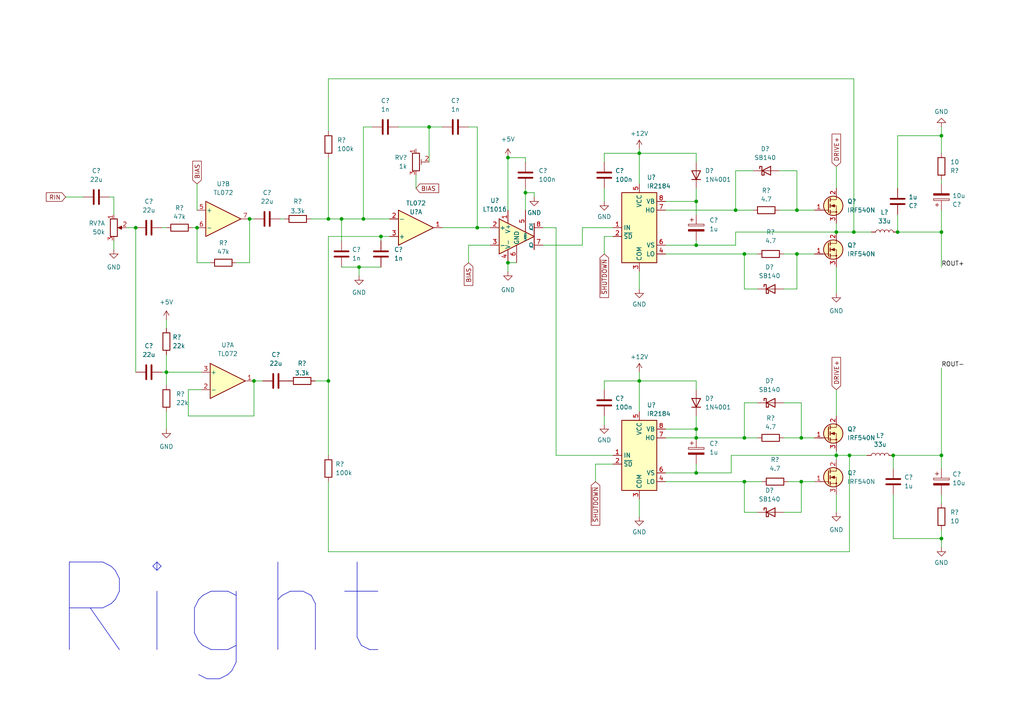
<source format=kicad_sch>
(kicad_sch (version 20230121) (generator eeschema)
  (paper "A4")
  (lib_symbols
    (symbol "Amplifier_Operational:TL072" (pin_names (offset 0.127))
      (property "Reference" "U" (at 0 5.08 0))
      (property "Value" "TL072" (at 0 -5.08 0))
      (symbol "TL072_1_1"
        (polyline (pts (xy -5.08 5.08) (xy 5.08 0) (xy -5.08 -5.08) (xy -5.08 5.08)) (stroke (width 0.254)) (fill (type background)))
        (pin output line (at 7.62 0 180) (length 2.54) (name "~") (number "1"))
        (pin input line (at -7.62 -2.54 0) (length 2.54) (name "-") (number "2"))
        (pin input line (at -7.62 2.54 0) (length 2.54) (name "+") (number "3"))
      )
      (symbol "TL072_2_1"
        (polyline (pts (xy -5.08 5.08) (xy 5.08 0) (xy -5.08 -5.08) (xy -5.08 5.08)) (stroke (width 0.254)) (fill (type background)))
        (pin input line (at -7.62 2.54 0) (length 2.54) (name "+") (number "5"))
        (pin input line (at -7.62 -2.54 0) (length 2.54) (name "-") (number "6"))
        (pin output line (at 7.62 0 180) (length 2.54) (name "~") (number "7"))
      )
      (symbol "TL072_3_1"
        (pin power_in line (at -2.54 -7.62 90) (length 3.81) (name "V-") (number "4"))
        (pin power_in line (at -2.54 7.62 270) (length 3.81) (name "V+") (number "8"))
      )
    )
    (symbol "Comparator:LT1016" (pin_names (offset 0.127))
      (property "Reference" "U" (at 3.81 6.35 0))
      (property "Value" "LT1016" (at 3.81 -5.08 0))
      (symbol "LT1016_0_1"
        (polyline (pts (xy 5.08 3.81) (xy 5.08 -3.81)) (stroke (width 0.254)))
        (polyline (pts (xy -5.08 5.08) (xy 5.08 0) (xy -5.08 -5.08) (xy -5.08 5.08)) (stroke (width 0.254)) (fill (type background)))
      )
      (symbol "LT1016_1_1"
        (pin power_in line (at -2.54 7.62 270) (length 3.81) (name "V+") (number "1"))
        (pin input line (at -7.62 2.54 0) (length 2.54) (name "+") (number "2"))
        (pin input line (at -7.62 -2.54 0) (length 2.54) (name "-") (number "3"))
        (pin power_in line (at -2.54 -7.62 90) (length 3.81) (name "V-") (number "4"))
        (pin input line (at 2.54 7.62 270) (length 6.35) (name "LATCH") (number "5"))
        (pin power_in line (at 0 -7.62 90) (length 5.08) (name "GND") (number "6"))
        (pin output line (at 7.62 -2.54 180) (length 2.54) (name "Q") (number "7"))
        (pin output line (at 7.62 2.54 180) (length 2.54) (name "~{Q}") (number "8"))
      )
    )
    (symbol "Device:C" (pin_numbers hide) (pin_names (offset 0.254))
      (property "Reference" "C" (at 0.635 2.54 0))
      (property "Value" "C" (at 0.635 -2.54 0))
      (symbol "C_0_1"
        (polyline (pts (xy -2.032 -0.762) (xy 2.032 -0.762)) (stroke (width 0.508)))
        (polyline (pts (xy -2.032 0.762) (xy 2.032 0.762)) (stroke (width 0.508)))
      )
      (symbol "C_1_1"
        (pin passive line (at 0 3.81 270) (length 2.794) (name "~") (number "1"))
        (pin passive line (at 0 -3.81 90) (length 2.794) (name "~") (number "2"))
      )
    )
    (symbol "Device:C_Polarized" (pin_numbers hide) (pin_names (offset 0.254))
      (property "Reference" "C" (at 0.635 2.54 0))
      (property "Value" "C_Polarized" (at 0.635 -2.54 0))
      (symbol "C_Polarized_0_1"
        (rectangle (start -2.286 0.508) (end 2.286 1.016))
        (polyline (pts (xy -1.778 2.286) (xy -0.762 2.286)))
        (polyline (pts (xy -1.27 2.794) (xy -1.27 1.778)))
        (rectangle (start 2.286 -0.508) (end -2.286 -1.016) (fill (type outline)))
      )
      (symbol "C_Polarized_1_1"
        (pin passive line (at 0 3.81 270) (length 2.794) (name "~") (number "1"))
        (pin passive line (at 0 -3.81 90) (length 2.794) (name "~") (number "2"))
      )
    )
    (symbol "Device:D" (pin_numbers hide) (pin_names (offset 1.016) hide)
      (property "Reference" "D" (at 0 2.54 0))
      (property "Value" "D" (at 0 -2.54 0))
      (symbol "D_0_1"
        (polyline (pts (xy -1.27 1.27) (xy -1.27 -1.27)) (stroke (width 0.254)))
        (polyline (pts (xy 1.27 0) (xy -1.27 0)))
        (polyline (pts (xy 1.27 1.27) (xy 1.27 -1.27) (xy -1.27 0) (xy 1.27 1.27)) (stroke (width 0.254)))
      )
      (symbol "D_1_1"
        (pin passive line (at -3.81 0 0) (length 2.54) (name "K") (number "1"))
        (pin passive line (at 3.81 0 180) (length 2.54) (name "A") (number "2"))
      )
    )
    (symbol "Device:D_Schottky" (pin_numbers hide) (pin_names (offset 1.016) hide)
      (property "Reference" "D" (at 0 2.54 0))
      (property "Value" "D_Schottky" (at 0 -2.54 0))
      (symbol "D_Schottky_0_1"
        (polyline (pts (xy 1.27 0) (xy -1.27 0)))
        (polyline (pts (xy 1.27 1.27) (xy 1.27 -1.27) (xy -1.27 0) (xy 1.27 1.27)) (stroke (width 0.254)))
        (polyline (pts (xy -1.905 0.635) (xy -1.905 1.27) (xy -1.27 1.27) (xy -1.27 -1.27) (xy -0.635 -1.27) (xy -0.635 -0.635)) (stroke (width 0.254)))
      )
      (symbol "D_Schottky_1_1"
        (pin passive line (at -3.81 0 0) (length 2.54) (name "K") (number "1"))
        (pin passive line (at 3.81 0 180) (length 2.54) (name "A") (number "2"))
      )
    )
    (symbol "Device:L" (pin_numbers hide) (pin_names (offset 1.016) hide)
      (property "Reference" "L" (at -1.27 0 90))
      (property "Value" "L" (at 1.905 0 90))
      (symbol "L_0_1"
        (arc (start 0 -2.54) (mid 0.6323 -1.905) (end 0 -1.27))
        (arc (start 0 -1.27) (mid 0.6323 -0.635) (end 0 0))
        (arc (start 0 0) (mid 0.6323 0.635) (end 0 1.27))
        (arc (start 0 1.27) (mid 0.6323 1.905) (end 0 2.54))
      )
      (symbol "L_1_1"
        (pin passive line (at 0 3.81 270) (length 1.27) (name "1") (number "1"))
        (pin passive line (at 0 -3.81 90) (length 1.27) (name "2") (number "2"))
      )
    )
    (symbol "Device:R" (pin_numbers hide) (pin_names (offset 0))
      (property "Reference" "R" (at 2.032 0 90))
      (property "Value" "R" (at 0 0 90))
      (symbol "R_0_1"
        (rectangle (start -1.016 -2.54) (end 1.016 2.54) (stroke (width 0.254)))
      )
      (symbol "R_1_1"
        (pin passive line (at 0 3.81 270) (length 1.27) (name "~") (number "1"))
        (pin passive line (at 0 -3.81 90) (length 1.27) (name "~") (number "2"))
      )
    )
    (symbol "Device:R_Potentiometer_Dual_Separate" (pin_names (offset 1.016) hide)
      (property "Reference" "RV" (at -4.445 0 90))
      (property "Value" "R_Potentiometer_Dual_Separate" (at -2.54 0 90))
      (symbol "R_Potentiometer_Dual_Separate_0_1"
        (polyline (pts (xy 2.54 0) (xy 1.524 0)))
        (polyline (pts (xy 1.143 0) (xy 2.286 0.508) (xy 2.286 -0.508) (xy 1.143 0)) (fill (type outline)))
        (rectangle (start 1.016 2.54) (end -1.016 -2.54) (stroke (width 0.254)))
      )
      (symbol "R_Potentiometer_Dual_Separate_1_1"
        (pin passive line (at 0 3.81 270) (length 1.27) (name "1") (number "1"))
        (pin passive line (at 3.81 0 180) (length 1.27) (name "2") (number "2"))
        (pin passive line (at 0 -3.81 90) (length 1.27) (name "3") (number "3"))
      )
      (symbol "R_Potentiometer_Dual_Separate_2_1"
        (pin passive line (at 0 3.81 270) (length 1.27) (name "4") (number "4"))
        (pin passive line (at 3.81 0 180) (length 1.27) (name "5") (number "5"))
        (pin passive line (at 0 -3.81 90) (length 1.27) (name "6") (number "6"))
      )
    )
    (symbol "Device:R_Potentiometer_Trim" (pin_names (offset 1.016) hide)
      (property "Reference" "RV" (at -4.445 0 90))
      (property "Value" "R_Potentiometer_Trim" (at -2.54 0 90))
      (symbol "R_Potentiometer_Trim_0_1"
        (polyline (pts (xy 1.524 0.762) (xy 1.524 -0.762)))
        (polyline (pts (xy 2.54 0) (xy 1.524 0)))
        (rectangle (start 1.016 2.54) (end -1.016 -2.54) (stroke (width 0.254)))
      )
      (symbol "R_Potentiometer_Trim_1_1"
        (pin passive line (at 0 3.81 270) (length 1.27) (name "1") (number "1"))
        (pin passive line (at 3.81 0 180) (length 1.27) (name "2") (number "2"))
        (pin passive line (at 0 -3.81 90) (length 1.27) (name "3") (number "3"))
      )
    )
    (symbol "Driver_FET:IR2184"
      (property "Reference" "U" (at 1.27 13.335 0))
      (property "Value" "IR2184" (at 1.27 11.43 0))
      (symbol "IR2184_0_1"
        (rectangle (start -5.08 -10.16) (end 5.08 10.16) (stroke (width 0.254)) (fill (type background)))
      )
      (symbol "IR2184_1_1"
        (pin input line (at -7.62 0 0) (length 2.54) (name "IN") (number "1"))
        (pin input line (at -7.62 -2.54 0) (length 2.54) (name "~{SD}") (number "2"))
        (pin power_in line (at 0 -12.7 90) (length 2.54) (name "COM") (number "3"))
        (pin output line (at 7.62 -7.62 180) (length 2.54) (name "LO") (number "4"))
        (pin power_in line (at 0 12.7 270) (length 2.54) (name "VCC") (number "5"))
        (pin passive line (at 7.62 -5.08 180) (length 2.54) (name "VS") (number "6"))
        (pin output line (at 7.62 5.08 180) (length 2.54) (name "HO") (number "7"))
        (pin passive line (at 7.62 7.62 180) (length 2.54) (name "VB") (number "8"))
      )
    )
    (symbol "PCM_Transistor_MOSFET_AKL:IRF540N" (pin_names hide)
      (property "Reference" "Q" (at 5.08 1.27 0))
      (property "Value" "IRF540N" (at 5.08 -1.27 0))
      (symbol "IRF540N_0_1"
        (polyline (pts (xy 0.254 -1.27) (xy -2.54 -1.27)))
        (polyline (pts (xy 0.254 1.905) (xy 0.254 -1.905)) (stroke (width 0.254)))
        (polyline (pts (xy 0.762 -1.778) (xy 2.54 -1.778)))
        (polyline (pts (xy 0.762 -1.27) (xy 0.762 -2.286)) (stroke (width 0.254)))
        (polyline (pts (xy 0.762 0.508) (xy 0.762 -0.508)) (stroke (width 0.254)))
        (polyline (pts (xy 0.762 2.286) (xy 0.762 1.27)) (stroke (width 0.254)))
        (polyline (pts (xy 2.54 1.778) (xy 0.762 1.778)))
        (polyline (pts (xy 2.54 2.54) (xy 2.54 1.778)))
        (polyline (pts (xy 2.54 -2.54) (xy 2.54 0) (xy 0.762 0)))
        (polyline (pts (xy 1.016 0) (xy 2.032 0.381) (xy 2.032 -0.381) (xy 1.016 0)) (fill (type outline)))
        (circle (center 1.651 0) (radius 2.794) (stroke (width 0.254)) (fill (type background)))
        (circle (center 2.54 -1.778) (radius 0.1778) (fill (type outline)))
      )
      (symbol "IRF540N_1_1"
        (pin input line (at -3.81 -1.27 0) (length 2.54) (name "G") (number "1"))
        (pin passive line (at 2.54 5.08 270) (length 2.54) (name "D") (number "2"))
        (pin passive line (at 2.54 -5.08 90) (length 2.54) (name "S") (number "3"))
      )
    )
    (symbol "power:+12V" (power) (pin_names (offset 0))
      (property "Value" "+12V" (at 0 3.556 0))
      (symbol "+12V_0_1"
        (polyline (pts (xy -0.762 1.27) (xy 0 2.54)))
        (polyline (pts (xy 0 0) (xy 0 2.54)))
        (polyline (pts (xy 0 2.54) (xy 0.762 1.27)))
      )
      (symbol "+12V_1_1"
        (pin power_in line (at 0 0 90) (length 0) hide (name "+12V") (number "1"))
      )
    )
    (symbol "power:+5V" (power) (pin_names (offset 0))
      (property "Value" "+5V" (at 0 3.556 0))
      (symbol "+5V_0_1"
        (polyline (pts (xy -0.762 1.27) (xy 0 2.54)))
        (polyline (pts (xy 0 0) (xy 0 2.54)))
        (polyline (pts (xy 0 2.54) (xy 0.762 1.27)))
      )
      (symbol "+5V_1_1"
        (pin power_in line (at 0 0 90) (length 0) hide (name "+5V") (number "1"))
      )
    )
    (symbol "power:GND" (power) (pin_names (offset 0))
      (property "Value" "GND" (at 0 -3.81 0))
      (symbol "GND_0_1"
        (polyline (pts (xy 0 0) (xy 0 -1.27) (xy 1.27 -1.27) (xy 0 -2.54) (xy -1.27 -1.27) (xy 0 -1.27)))
      )
      (symbol "GND_1_1"
        (pin power_in line (at 0 0 270) (length 0) hide (name "GND") (number "1"))
      )
    )
  )
  (junction (at 105.41 63.5))
  (junction (at 185.42 110.49))
  (junction (at 242.57 132.08))
  (junction (at 57.15 66.04))
  (junction (at 232.41 127))
  (junction (at 185.42 44.45))
  (junction (at 152.4 55.88))
  (junction (at 95.25 110.49))
  (junction (at 213.36 60.96))
  (junction (at 201.93 71.12))
  (junction (at 260.35 67.31))
  (junction (at 201.93 58.42))
  (junction (at 99.06 63.5))
  (junction (at 246.38 132.08))
  (junction (at 247.65 67.31))
  (junction (at 147.32 76.2))
  (junction (at 273.05 156.21))
  (junction (at 95.25 63.5))
  (junction (at 231.14 73.66))
  (junction (at 215.9 139.7))
  (junction (at 73.66 110.49))
  (junction (at 124.46 36.83))
  (junction (at 273.05 67.31))
  (junction (at 201.93 127))
  (junction (at 48.26 107.95))
  (junction (at 39.37 66.04))
  (junction (at 138.43 66.04))
  (junction (at 273.05 39.37))
  (junction (at 273.05 132.08))
  (junction (at 259.08 132.08))
  (junction (at 242.57 67.31))
  (junction (at 110.49 68.58))
  (junction (at 147.32 45.72))
  (junction (at 201.93 124.46))
  (junction (at 215.9 127))
  (junction (at 231.14 60.96))
  (junction (at 215.9 73.66))
  (junction (at 72.39 63.5))
  (junction (at 232.41 139.7))
  (junction (at 201.93 137.16))
  (junction (at 104.14 77.47))
  (wire (pts (xy 185.42 110.49) (xy 185.42 119.38)))
  (wire (pts (xy 99.06 77.47) (xy 104.14 77.47)))
  (wire (pts (xy 193.04 73.66) (xy 215.9 73.66)))
  (wire (pts (xy 260.35 39.37) (xy 260.35 54.61)))
  (wire (pts (xy 232.41 116.84) (xy 232.41 127)))
  (wire (pts (xy 273.05 143.51) (xy 273.05 146.05)))
  (wire (pts (xy 54.61 120.65) (xy 73.66 120.65)))
  (wire (pts (xy 54.61 113.03) (xy 58.42 113.03)))
  (wire (pts (xy 19.05 57.15) (xy 24.13 57.15)))
  (wire (pts (xy 185.42 44.45) (xy 201.93 44.45)))
  (wire (pts (xy 147.32 76.2) (xy 149.86 76.2)))
  (wire (pts (xy 215.9 139.7) (xy 220.98 139.7)))
  (wire (pts (xy 135.89 36.83) (xy 138.43 36.83)))
  (wire (pts (xy 215.9 73.66) (xy 219.71 73.66)))
  (wire (pts (xy 193.04 124.46) (xy 201.93 124.46)))
  (wire (pts (xy 36.83 66.04) (xy 39.37 66.04)))
  (wire (pts (xy 260.35 39.37) (xy 273.05 39.37)))
  (wire (pts (xy 95.25 68.58) (xy 110.49 68.58)))
  (wire (pts (xy 138.43 66.04) (xy 142.24 66.04)))
  (wire (pts (xy 213.36 49.53) (xy 213.36 60.96)))
  (wire (pts (xy 54.61 113.03) (xy 54.61 120.65)))
  (wire (pts (xy 152.4 55.88) (xy 154.94 55.88)))
  (wire (pts (xy 135.89 71.12) (xy 142.24 71.12)))
  (wire (pts (xy 48.26 102.87) (xy 48.26 107.95)))
  (wire (pts (xy 175.26 68.58) (xy 177.8 68.58)))
  (wire (pts (xy 201.93 120.65) (xy 201.93 124.46)))
  (wire (pts (xy 273.05 36.83) (xy 273.05 39.37)))
  (wire (pts (xy 175.26 110.49) (xy 185.42 110.49)))
  (wire (pts (xy 185.42 43.18) (xy 185.42 44.45)))
  (wire (pts (xy 57.15 66.04) (xy 57.15 76.2)))
  (wire (pts (xy 138.43 36.83) (xy 138.43 66.04)))
  (wire (pts (xy 201.93 127) (xy 215.9 127)))
  (wire (pts (xy 193.04 58.42) (xy 201.93 58.42)))
  (wire (pts (xy 110.49 68.58) (xy 113.03 68.58)))
  (wire (pts (xy 33.02 69.85) (xy 33.02 72.39)))
  (wire (pts (xy 247.65 22.86) (xy 95.25 22.86)))
  (wire (pts (xy 273.05 153.67) (xy 273.05 156.21)))
  (wire (pts (xy 273.05 39.37) (xy 273.05 44.45)))
  (wire (pts (xy 219.71 116.84) (xy 215.9 116.84)))
  (wire (pts (xy 227.33 73.66) (xy 231.14 73.66)))
  (wire (pts (xy 95.25 22.86) (xy 95.25 38.1)))
  (wire (pts (xy 231.14 60.96) (xy 236.22 60.96)))
  (wire (pts (xy 242.57 77.47) (xy 242.57 85.09)))
  (wire (pts (xy 231.14 60.96) (xy 226.06 60.96)))
  (wire (pts (xy 242.57 113.03) (xy 242.57 120.65)))
  (wire (pts (xy 242.57 130.81) (xy 242.57 132.08)))
  (wire (pts (xy 273.05 67.31) (xy 273.05 77.47)))
  (wire (pts (xy 247.65 67.31) (xy 252.73 67.31)))
  (wire (pts (xy 215.9 139.7) (xy 215.9 148.59)))
  (wire (pts (xy 231.14 49.53) (xy 231.14 60.96)))
  (wire (pts (xy 46.99 66.04) (xy 48.26 66.04)))
  (wire (pts (xy 105.41 63.5) (xy 113.03 63.5)))
  (wire (pts (xy 105.41 36.83) (xy 105.41 63.5)))
  (wire (pts (xy 110.49 68.58) (xy 110.49 69.85)))
  (wire (pts (xy 259.08 132.08) (xy 259.08 135.89)))
  (wire (pts (xy 185.42 144.78) (xy 185.42 149.86)))
  (wire (pts (xy 105.41 36.83) (xy 107.95 36.83)))
  (wire (pts (xy 201.93 134.62) (xy 201.93 137.16)))
  (wire (pts (xy 259.08 132.08) (xy 273.05 132.08)))
  (wire (pts (xy 212.09 137.16) (xy 201.93 137.16)))
  (wire (pts (xy 201.93 127) (xy 201.93 124.46)))
  (wire (pts (xy 185.42 107.95) (xy 185.42 110.49)))
  (wire (pts (xy 201.93 44.45) (xy 201.93 46.99)))
  (wire (pts (xy 232.41 127) (xy 236.22 127)))
  (wire (pts (xy 95.25 160.02) (xy 246.38 160.02)))
  (wire (pts (xy 259.08 143.51) (xy 259.08 156.21)))
  (wire (pts (xy 232.41 139.7) (xy 232.41 148.59)))
  (wire (pts (xy 175.26 46.99) (xy 175.26 44.45)))
  (wire (pts (xy 73.66 120.65) (xy 73.66 110.49)))
  (wire (pts (xy 152.4 55.88) (xy 152.4 60.96)))
  (wire (pts (xy 128.27 66.04) (xy 138.43 66.04)))
  (wire (pts (xy 175.26 68.58) (xy 175.26 73.66)))
  (wire (pts (xy 147.32 78.74) (xy 147.32 76.2)))
  (wire (pts (xy 120.65 50.8) (xy 120.65 54.61)))
  (wire (pts (xy 73.66 110.49) (xy 76.2 110.49)))
  (wire (pts (xy 260.35 67.31) (xy 260.35 62.23)))
  (wire (pts (xy 193.04 139.7) (xy 215.9 139.7)))
  (wire (pts (xy 177.8 134.62) (xy 172.72 134.62)))
  (wire (pts (xy 246.38 132.08) (xy 246.38 160.02)))
  (wire (pts (xy 154.94 55.88) (xy 154.94 57.15)))
  (wire (pts (xy 213.36 49.53) (xy 218.44 49.53)))
  (wire (pts (xy 273.05 53.34) (xy 273.05 52.07)))
  (wire (pts (xy 219.71 148.59) (xy 215.9 148.59)))
  (wire (pts (xy 31.75 57.15) (xy 33.02 57.15)))
  (wire (pts (xy 215.9 73.66) (xy 215.9 83.82)))
  (wire (pts (xy 33.02 57.15) (xy 33.02 62.23)))
  (wire (pts (xy 242.57 132.08) (xy 246.38 132.08)))
  (wire (pts (xy 228.6 139.7) (xy 232.41 139.7)))
  (wire (pts (xy 135.89 71.12) (xy 135.89 76.2)))
  (wire (pts (xy 95.25 110.49) (xy 95.25 132.08)))
  (wire (pts (xy 273.05 132.08) (xy 273.05 135.89)))
  (wire (pts (xy 242.57 48.26) (xy 242.57 54.61)))
  (wire (pts (xy 91.44 110.49) (xy 95.25 110.49)))
  (wire (pts (xy 57.15 53.34) (xy 57.15 60.96)))
  (wire (pts (xy 124.46 36.83) (xy 128.27 36.83)))
  (wire (pts (xy 242.57 132.08) (xy 242.57 133.35)))
  (wire (pts (xy 95.25 63.5) (xy 99.06 63.5)))
  (wire (pts (xy 273.05 106.68) (xy 273.05 132.08)))
  (wire (pts (xy 201.93 58.42) (xy 201.93 62.23)))
  (wire (pts (xy 193.04 60.96) (xy 213.36 60.96)))
  (wire (pts (xy 260.35 67.31) (xy 273.05 67.31)))
  (wire (pts (xy 81.28 63.5) (xy 82.55 63.5)))
  (wire (pts (xy 104.14 77.47) (xy 104.14 80.01)))
  (wire (pts (xy 48.26 107.95) (xy 58.42 107.95)))
  (wire (pts (xy 193.04 71.12) (xy 201.93 71.12)))
  (wire (pts (xy 232.41 139.7) (xy 236.22 139.7)))
  (wire (pts (xy 152.4 45.72) (xy 152.4 46.99)))
  (wire (pts (xy 99.06 63.5) (xy 105.41 63.5)))
  (wire (pts (xy 172.72 134.62) (xy 172.72 139.7)))
  (wire (pts (xy 175.26 120.65) (xy 175.26 123.19)))
  (wire (pts (xy 161.29 66.04) (xy 161.29 132.08)))
  (wire (pts (xy 201.93 54.61) (xy 201.93 58.42)))
  (wire (pts (xy 72.39 63.5) (xy 72.39 76.2)))
  (wire (pts (xy 175.26 54.61) (xy 175.26 58.42)))
  (wire (pts (xy 213.36 67.31) (xy 213.36 71.12)))
  (wire (pts (xy 95.25 139.7) (xy 95.25 160.02)))
  (wire (pts (xy 259.08 156.21) (xy 273.05 156.21)))
  (wire (pts (xy 212.09 132.08) (xy 212.09 137.16)))
  (wire (pts (xy 168.91 71.12) (xy 168.91 66.04)))
  (wire (pts (xy 226.06 49.53) (xy 231.14 49.53)))
  (wire (pts (xy 157.48 71.12) (xy 168.91 71.12)))
  (wire (pts (xy 242.57 143.51) (xy 242.57 148.59)))
  (wire (pts (xy 227.33 116.84) (xy 232.41 116.84)))
  (wire (pts (xy 161.29 132.08) (xy 177.8 132.08)))
  (wire (pts (xy 175.26 110.49) (xy 175.26 113.03)))
  (wire (pts (xy 55.88 66.04) (xy 57.15 66.04)))
  (wire (pts (xy 152.4 54.61) (xy 152.4 55.88)))
  (wire (pts (xy 215.9 116.84) (xy 215.9 127)))
  (wire (pts (xy 231.14 73.66) (xy 236.22 73.66)))
  (wire (pts (xy 57.15 76.2) (xy 60.96 76.2)))
  (wire (pts (xy 147.32 45.72) (xy 147.32 60.96)))
  (wire (pts (xy 215.9 83.82) (xy 219.71 83.82)))
  (wire (pts (xy 46.99 107.95) (xy 48.26 107.95)))
  (wire (pts (xy 193.04 127) (xy 201.93 127)))
  (wire (pts (xy 104.14 77.47) (xy 110.49 77.47)))
  (wire (pts (xy 95.25 68.58) (xy 95.25 110.49)))
  (wire (pts (xy 227.33 83.82) (xy 231.14 83.82)))
  (wire (pts (xy 246.38 132.08) (xy 251.46 132.08)))
  (wire (pts (xy 175.26 44.45) (xy 185.42 44.45)))
  (wire (pts (xy 115.57 36.83) (xy 124.46 36.83)))
  (wire (pts (xy 201.93 71.12) (xy 213.36 71.12)))
  (wire (pts (xy 124.46 36.83) (xy 124.46 46.99)))
  (wire (pts (xy 168.91 66.04) (xy 177.8 66.04)))
  (wire (pts (xy 215.9 127) (xy 219.71 127)))
  (wire (pts (xy 213.36 67.31) (xy 242.57 67.31)))
  (wire (pts (xy 185.42 44.45) (xy 185.42 53.34)))
  (wire (pts (xy 227.33 127) (xy 232.41 127)))
  (wire (pts (xy 147.32 45.72) (xy 152.4 45.72)))
  (wire (pts (xy 72.39 63.5) (xy 73.66 63.5)))
  (wire (pts (xy 212.09 132.08) (xy 242.57 132.08)))
  (wire (pts (xy 99.06 63.5) (xy 99.06 69.85)))
  (wire (pts (xy 95.25 45.72) (xy 95.25 63.5)))
  (wire (pts (xy 201.93 69.85) (xy 201.93 71.12)))
  (wire (pts (xy 157.48 66.04) (xy 161.29 66.04)))
  (wire (pts (xy 242.57 67.31) (xy 247.65 67.31)))
  (wire (pts (xy 247.65 22.86) (xy 247.65 67.31)))
  (wire (pts (xy 48.26 119.38) (xy 48.26 124.46)))
  (wire (pts (xy 68.58 76.2) (xy 72.39 76.2)))
  (wire (pts (xy 201.93 110.49) (xy 201.93 113.03)))
  (wire (pts (xy 231.14 73.66) (xy 231.14 83.82)))
  (wire (pts (xy 273.05 60.96) (xy 273.05 67.31)))
  (wire (pts (xy 242.57 64.77) (xy 242.57 67.31)))
  (wire (pts (xy 90.17 63.5) (xy 95.25 63.5)))
  (wire (pts (xy 273.05 156.21) (xy 273.05 158.75)))
  (wire (pts (xy 48.26 92.71) (xy 48.26 95.25)))
  (wire (pts (xy 213.36 60.96) (xy 218.44 60.96)))
  (wire (pts (xy 185.42 110.49) (xy 201.93 110.49)))
  (wire (pts (xy 193.04 137.16) (xy 201.93 137.16)))
  (wire (pts (xy 185.42 78.74) (xy 185.42 83.82)))
  (wire (pts (xy 39.37 66.04) (xy 39.37 107.95)))
  (wire (pts (xy 227.33 148.59) (xy 232.41 148.59)))
  (wire (pts (xy 48.26 107.95) (xy 48.26 111.76)))
  (text "Right" (at 13.97 191.77 0) (effects (font (size 25.4 25.4)) (justify left bottom)))
  (label "ROUT+" (at 273.05 77.47 0))
  (label "ROUT-" (at 273.05 106.68 0))
  (global_label "~{SHUTDOWN}" (shape input) (at 175.26 73.66 270) (property "Intersheetrefs" "${INTERSHEET_REFS}" (effects hide)))
  (global_label "DRIVE+" (shape input) (at 242.57 48.26 90) (property "Intersheetrefs" "${INTERSHEET_REFS}" (effects hide)))
  (global_label "BIAS" (shape input) (at 120.65 54.61 0) (property "Intersheetrefs" "${INTERSHEET_REFS}" (effects hide)))
  (global_label "DRIVE+" (shape input) (at 242.57 113.03 90) (property "Intersheetrefs" "${INTERSHEET_REFS}" (effects hide)))
  (global_label "~{SHUTDOWN}" (shape input) (at 172.72 139.7 270) (property "Intersheetrefs" "${INTERSHEET_REFS}" (effects hide)))
  (global_label "BIAS" (shape input) (at 57.15 53.34 90) (property "Intersheetrefs" "${INTERSHEET_REFS}" (effects hide)))
  (global_label "RIN" (shape input) (at 19.05 57.15 180) (property "Intersheetrefs" "${INTERSHEET_REFS}" (effects hide)))
  (global_label "BIAS" (shape input) (at 135.89 76.2 270) (property "Intersheetrefs" "${INTERSHEET_REFS}" (effects hide)))
  (symbol (lib_id "PCM_Transistor_MOSFET_AKL:IRF540N") (at 240.03 125.73 0) (unit 1)
    (property "Reference" "Q?" (at 245.745 124.46 0) (effects (justify left)))
    (property "Value" "IRF540N" (at 245.745 127 0) (effects (justify left)))
    (property "Footprint" "Package_TO_SOT_THT:TO-220-3_Vertical" (effects hide))
    (property "Datasheet" "https://www.tme.eu/Document/0396bd257f8160d01272f72304b23931/irf540n.pdf" (effects hide))
    (instances (project "classd-amp" (path "" (reference "Q?") (unit 1)) (path "" (reference "Q10") (unit 1))))
  )
  (symbol (lib_id "Amplifier_Operational:TL072") (at 64.77 63.5 0) (unit 2)
    (property "Reference" "U?" (at 64.77 53.34 0))
    (property "Value" "TL072" (at 64.77 55.88 0))
    (property "Footprint" "PCM_Package_DIP_AKL:DIP-8_W7.62mm" (effects hide))
    (property "Datasheet" "http://www.ti.com/lit/ds/symlink/tl071.pdf" (effects hide))
    (instances (project "classd-amp" (path "" (reference "U?") (unit 2)) (path "" (reference "U10") (unit 2))))
  )
  (symbol (lib_id "power:+12V") (at 185.42 107.95 0) (unit 1)
    (property "Reference" "#PWR?" (effects hide))
    (property "Value" "+12V" (at 185.42 103.505 0))
    (instances (project "classd-amp" (path "" (reference "#PWR?") (unit 1)) (path "" (reference "#PWR047") (unit 1))))
  )
  (symbol (lib_id "PCM_Transistor_MOSFET_AKL:IRF540N") (at 240.03 59.69 0) (unit 1)
    (property "Reference" "Q?" (at 245.745 58.42 0) (effects (justify left)))
    (property "Value" "IRF540N" (at 245.745 60.96 0) (effects (justify left)))
    (property "Footprint" "Package_TO_SOT_THT:TO-220-3_Vertical" (effects hide))
    (property "Datasheet" "https://www.tme.eu/Document/0396bd257f8160d01272f72304b23931/irf540n.pdf" (effects hide))
    (instances (project "classd-amp" (path "" (reference "Q?") (unit 1)) (path "" (reference "Q8") (unit 1))))
  )
  (symbol (lib_id "Device:C") (at 27.94 57.15 270) (unit 1)
    (property "Reference" "C?" (at 27.94 49.53 90))
    (property "Value" "22u" (at 27.94 52.07 90))
    (property "Footprint" "Capacitor_THT:CP_Radial_D8.0mm_P3.50mm" (effects hide))
    (instances (project "classd-amp" (path "" (reference "C?") (unit 1)) (path "" (reference "C18") (unit 1))))
  )
  (symbol (lib_id "Driver_FET:IR2184") (at 185.42 66.04 0) (unit 1)
    (property "Reference" "U?" (at 187.6141 51.435 0) (effects (justify left)))
    (property "Value" "IR2184" (at 187.6141 53.975 0) (effects (justify left)))
    (property "Footprint" "PCM_Package_DIP_AKL:DIP-8_W7.62mm" (effects hide))
    (property "Datasheet" "https://www.infineon.com/dgdl/ir2184.pdf?fileId=5546d462533600a4015355c955e616d4" (effects hide))
    (instances (project "classd-amp" (path "" (reference "U?") (unit 1)) (path "" (reference "U13") (unit 1))))
  )
  (symbol (lib_id "Device:C") (at 175.26 50.8 0) (unit 1)
    (property "Reference" "C?" (at 178.435 49.53 0) (effects (justify left)))
    (property "Value" "100n" (at 178.435 52.07 0) (effects (justify left)))
    (property "Footprint" "Capacitor_THT:C_Disc_D3.4mm_W2.1mm_P2.50mm" (effects hide))
    (instances (project "classd-amp" (path "" (reference "C?") (unit 1)) (path "" (reference "C40") (unit 1))))
  )
  (symbol (lib_id "Device:R") (at 87.63 110.49 90) (unit 1)
    (property "Reference" "R?" (at 87.63 105.41 90))
    (property "Value" "3.3k" (at 87.63 108.204 90))
    (property "Footprint" "Resistor_THT:R_Axial_DIN0204_L3.6mm_D1.6mm_P7.62mm_Horizontal" (effects hide))
    (instances (project "classd-amp" (path "" (reference "R?") (unit 1)) (path "" (reference "R31") (unit 1))))
  )
  (symbol (lib_id "PCM_Transistor_MOSFET_AKL:IRF540N") (at 240.03 138.43 0) (unit 1)
    (property "Reference" "Q?" (at 245.745 137.16 0) (effects (justify left)))
    (property "Value" "IRF540N" (at 245.745 139.7 0) (effects (justify left)))
    (property "Footprint" "Package_TO_SOT_THT:TO-220-3_Vertical" (effects hide))
    (property "Datasheet" "https://www.tme.eu/Document/0396bd257f8160d01272f72304b23931/irf540n.pdf" (effects hide))
    (instances (project "classd-amp" (path "" (reference "Q?") (unit 1)) (path "" (reference "Q11") (unit 1))))
  )
  (symbol (lib_id "Device:C_Polarized") (at 201.93 130.81 0) (unit 1)
    (property "Reference" "C?" (at 205.74 128.651 0) (effects (justify left)))
    (property "Value" "1u" (at 205.74 131.191 0) (effects (justify left)))
    (property "Footprint" "Capacitor_THT:CP_Radial_D4.0mm_P1.50mm" (effects hide))
    (instances (project "classd-amp" (path "" (reference "C?") (unit 1)) (path "" (reference "C43") (unit 1))))
  )
  (symbol (lib_id "power:GND") (at 175.26 123.19 0) (unit 1)
    (property "Reference" "#PWR?" (effects hide))
    (property "Value" "GND" (at 175.26 127.635 0))
    (instances (project "classd-amp" (path "" (reference "#PWR?") (unit 1)) (path "" (reference "#PWR044") (unit 1))))
  )
  (symbol (lib_id "Device:R_Potentiometer_Dual_Separate") (at 33.02 66.04 0) (unit 1)
    (property "Reference" "RV?" (at 30.48 64.77 0) (effects (justify right)))
    (property "Value" "50k" (at 30.48 67.31 0) (effects (justify right)))
    (property "Footprint" "Connector_PinHeader_2.54mm:PinHeader_1x03_P2.54mm_Vertical" (effects hide))
    (instances (project "classd-amp" (path "" (reference "RV?") (unit 1)) (path "" (reference "RV1") (unit 2))))
  )
  (symbol (lib_id "Device:C") (at 152.4 50.8 0) (unit 1)
    (property "Reference" "C?" (at 156.21 49.53 0) (effects (justify left)))
    (property "Value" "100n" (at 156.21 52.07 0) (effects (justify left)))
    (property "Footprint" "Capacitor_THT:C_Disc_D3.4mm_W2.1mm_P2.50mm" (effects hide))
    (instances (project "classd-amp" (path "" (reference "C?") (unit 1)) (path "" (reference "C39") (unit 1))))
  )
  (symbol (lib_id "power:GND") (at 104.14 80.01 0) (unit 1)
    (property "Reference" "#PWR?" (effects hide))
    (property "Value" "GND" (at 104.14 84.836 0))
    (instances (project "classd-amp" (path "" (reference "#PWR?") (unit 1)) (path "" (reference "#PWR039") (unit 1))))
  )
  (symbol (lib_id "Device:L") (at 255.27 132.08 90) (unit 1)
    (property "Reference" "L?" (at 255.27 126.365 90))
    (property "Value" "33u" (at 255.27 128.905 90))
    (property "Footprint" "Inductor_THT:L_Toroid_Vertical_L17.8mm_W8.1mm_P7.62mm_Bourns_5700" (effects hide))
    (instances (project "classd-amp" (path "" (reference "L?") (unit 1)) (path "" (reference "L3") (unit 1))))
  )
  (symbol (lib_id "PCM_Transistor_MOSFET_AKL:IRF540N") (at 240.03 72.39 0) (unit 1)
    (property "Reference" "Q?" (at 245.745 71.12 0) (effects (justify left)))
    (property "Value" "IRF540N" (at 245.745 73.66 0) (effects (justify left)))
    (property "Footprint" "Package_TO_SOT_THT:TO-220-3_Vertical" (effects hide))
    (property "Datasheet" "https://www.tme.eu/Document/0396bd257f8160d01272f72304b23931/irf540n.pdf" (effects hide))
    (instances (project "classd-amp" (path "" (reference "Q?") (unit 1)) (path "" (reference "Q9") (unit 1))))
  )
  (symbol (lib_id "Device:R") (at 48.26 99.06 180) (unit 1)
    (property "Reference" "R?" (at 50.038 97.79 0) (effects (justify right)))
    (property "Value" "22k" (at 50.038 100.33 0) (effects (justify right)))
    (property "Footprint" "Resistor_THT:R_Axial_DIN0204_L3.6mm_D1.6mm_P7.62mm_Horizontal" (effects hide))
    (instances (project "classd-amp" (path "" (reference "R?") (unit 1)) (path "" (reference "R26") (unit 1))))
  )
  (symbol (lib_id "Device:C") (at 260.35 58.42 0) (mirror x) (unit 1)
    (property "Reference" "C?" (at 263.525 59.69 0) (effects (justify left)))
    (property "Value" "1u" (at 263.525 57.15 0) (effects (justify left)))
    (property "Footprint" "Capacitor_THT:C_Rect_L18.0mm_W11.0mm_P15.00mm_FKS3_FKP3" (effects hide))
    (instances (project "classd-amp" (path "" (reference "C?") (unit 1)) (path "" (reference "C45") (unit 1))))
  )
  (symbol (lib_id "Device:D_Schottky") (at 223.52 148.59 0) (unit 1)
    (property "Reference" "D?" (at 223.2025 142.24 0))
    (property "Value" "SB140" (at 223.2025 144.78 0))
    (property "Footprint" "Diode_THT:D_DO-41_SOD81_P10.16mm_Horizontal" (effects hide))
    (instances (project "classd-amp" (path "" (reference "D?") (unit 1)) (path "" (reference "D13") (unit 1))))
  )
  (symbol (lib_id "Device:C") (at 111.76 36.83 90) (unit 1)
    (property "Reference" "C?" (at 111.76 29.21 90))
    (property "Value" "1n" (at 111.76 31.75 90))
    (property "Footprint" "Capacitor_THT:C_Disc_D4.7mm_W2.5mm_P5.00mm" (effects hide))
    (instances (project "classd-amp" (path "" (reference "C?") (unit 1)) (path "" (reference "C37") (unit 1))))
  )
  (symbol (lib_id "Device:C") (at 43.18 107.95 270) (unit 1)
    (property "Reference" "C?" (at 43.18 100.33 90))
    (property "Value" "22u" (at 43.18 102.87 90))
    (property "Footprint" "Capacitor_THT:CP_Radial_D8.0mm_P3.50mm" (effects hide))
    (instances (project "classd-amp" (path "" (reference "C?") (unit 1)) (path "" (reference "C20") (unit 1))))
  )
  (symbol (lib_id "Device:R") (at 86.36 63.5 90) (unit 1)
    (property "Reference" "R?" (at 86.36 58.42 90))
    (property "Value" "3.3k" (at 86.36 61.214 90))
    (property "Footprint" "Resistor_THT:R_Axial_DIN0204_L3.6mm_D1.6mm_P7.62mm_Horizontal" (effects hide))
    (instances (project "classd-amp" (path "" (reference "R?") (unit 1)) (path "" (reference "R30") (unit 1))))
  )
  (symbol (lib_id "power:+5V") (at 147.32 45.72 0) (unit 1)
    (property "Reference" "#PWR?" (effects hide))
    (property "Value" "+5V" (at 147.32 40.386 0))
    (instances (project "classd-amp" (path "" (reference "#PWR?") (unit 1)) (path "" (reference "#PWR040") (unit 1))))
  )
  (symbol (lib_id "Device:R") (at 224.79 139.7 90) (unit 1)
    (property "Reference" "R?" (at 224.79 133.35 90))
    (property "Value" "4.7" (at 224.79 135.89 90))
    (property "Footprint" "Resistor_THT:R_Axial_DIN0204_L3.6mm_D1.6mm_P7.62mm_Horizontal" (effects hide))
    (instances (project "classd-amp" (path "" (reference "R?") (unit 1)) (path "" (reference "R37") (unit 1))))
  )
  (symbol (lib_id "Device:R") (at 64.77 76.2 90) (unit 1)
    (property "Reference" "R?" (at 64.77 70.485 90))
    (property "Value" "47k" (at 64.77 73.025 90))
    (property "Footprint" "Resistor_THT:R_Axial_DIN0204_L3.6mm_D1.6mm_P7.62mm_Horizontal" (effects hide))
    (instances (project "classd-amp" (path "" (reference "R?") (unit 1)) (path "" (reference "R29") (unit 1))))
  )
  (symbol (lib_id "Device:C") (at 110.49 73.66 0) (unit 1)
    (property "Reference" "C?" (at 114.3 72.39 0) (effects (justify left)))
    (property "Value" "1n" (at 114.3 74.93 0) (effects (justify left)))
    (property "Footprint" "Capacitor_THT:C_Disc_D4.7mm_W2.5mm_P5.00mm" (effects hide))
    (instances (project "classd-amp" (path "" (reference "C?") (unit 1)) (path "" (reference "C36") (unit 1))))
  )
  (symbol (lib_id "Device:C") (at 43.18 66.04 270) (unit 1)
    (property "Reference" "C?" (at 43.18 58.42 90))
    (property "Value" "22u" (at 43.18 60.96 90))
    (property "Footprint" "Capacitor_THT:CP_Radial_D8.0mm_P3.50mm" (effects hide))
    (instances (project "classd-amp" (path "" (reference "C?") (unit 1)) (path "" (reference "C19") (unit 1))))
  )
  (symbol (lib_id "Amplifier_Operational:TL072") (at 120.65 66.04 0) (mirror x) (unit 1)
    (property "Reference" "U?" (at 120.65 61.468 0))
    (property "Value" "TL072" (at 120.65 58.928 0))
    (property "Footprint" "PCM_Package_DIP_AKL:DIP-8_W7.62mm" (effects hide))
    (property "Datasheet" "http://www.ti.com/lit/ds/symlink/tl071.pdf" (effects hide))
    (instances (project "classd-amp" (path "" (reference "U?") (unit 1)) (path "" (reference "U11") (unit 1))))
  )
  (symbol (lib_id "Device:L") (at 256.54 67.31 90) (unit 1)
    (property "Reference" "L?" (at 256.54 61.595 90))
    (property "Value" "33u" (at 256.54 64.135 90))
    (property "Footprint" "Inductor_THT:L_Toroid_Vertical_L17.8mm_W8.1mm_P7.62mm_Bourns_5700" (effects hide))
    (instances (project "classd-amp" (path "" (reference "L?") (unit 1)) (path "" (reference "L4") (unit 1))))
  )
  (symbol (lib_id "Device:D") (at 201.93 50.8 90) (unit 1)
    (property "Reference" "D?" (at 204.47 49.53 90) (effects (justify right)))
    (property "Value" "1N4001" (at 204.47 52.07 90) (effects (justify right)))
    (property "Footprint" "Diode_THT:D_DO-41_SOD81_P10.16mm_Horizontal" (effects hide))
    (property "Sim.Device" "D" (effects hide))
    (property "Sim.Pins" "1=K 2=A" (effects hide))
    (instances (project "classd-amp" (path "" (reference "D?") (unit 1)) (path "" (reference "D8") (unit 1))))
  )
  (symbol (lib_id "Device:C") (at 175.26 116.84 0) (unit 1)
    (property "Reference" "C?" (at 178.435 115.57 0) (effects (justify left)))
    (property "Value" "100n" (at 178.435 118.11 0) (effects (justify left)))
    (property "Footprint" "Capacitor_THT:C_Disc_D3.4mm_W2.1mm_P2.50mm" (effects hide))
    (instances (project "classd-amp" (path "" (reference "C?") (unit 1)) (path "" (reference "C41") (unit 1))))
  )
  (symbol (lib_id "power:GND") (at 273.05 36.83 0) (mirror x) (unit 1)
    (property "Reference" "#PWR?" (effects hide))
    (property "Value" "GND" (at 273.05 32.385 0))
    (instances (project "classd-amp" (path "" (reference "#PWR?") (unit 1)) (path "" (reference "#PWR051") (unit 1))))
  )
  (symbol (lib_id "Amplifier_Operational:TL072") (at 66.04 110.49 0) (unit 1)
    (property "Reference" "U?" (at 66.04 100.076 0))
    (property "Value" "TL072" (at 66.04 102.616 0))
    (property "Footprint" "PCM_Package_DIP_AKL:DIP-8_W7.62mm" (effects hide))
    (property "Datasheet" "http://www.ti.com/lit/ds/symlink/tl071.pdf" (effects hide))
    (instances (project "classd-amp" (path "" (reference "U?") (unit 1)) (path "" (reference "U10") (unit 1))))
  )
  (symbol (lib_id "Device:R") (at 52.07 66.04 90) (unit 1)
    (property "Reference" "R?" (at 52.07 60.325 90))
    (property "Value" "47k" (at 52.07 62.865 90))
    (property "Footprint" "Resistor_THT:R_Axial_DIN0204_L3.6mm_D1.6mm_P7.62mm_Horizontal" (effects hide))
    (instances (project "classd-amp" (path "" (reference "R?") (unit 1)) (path "" (reference "R28") (unit 1))))
  )
  (symbol (lib_id "Driver_FET:IR2184") (at 185.42 132.08 0) (unit 1)
    (property "Reference" "U?" (at 187.6141 117.475 0) (effects (justify left)))
    (property "Value" "IR2184" (at 187.6141 120.015 0) (effects (justify left)))
    (property "Footprint" "PCM_Package_DIP_AKL:DIP-8_W7.62mm" (effects hide))
    (property "Datasheet" "https://www.infineon.com/dgdl/ir2184.pdf?fileId=5546d462533600a4015355c955e616d4" (effects hide))
    (instances (project "classd-amp" (path "" (reference "U?") (unit 1)) (path "" (reference "U14") (unit 1))))
  )
  (symbol (lib_id "power:GND") (at 147.32 78.74 0) (unit 1)
    (property "Reference" "#PWR?" (effects hide))
    (property "Value" "GND" (at 147.32 84.074 0))
    (instances (project "classd-amp" (path "" (reference "#PWR?") (unit 1)) (path "" (reference "#PWR041") (unit 1))))
  )
  (symbol (lib_id "Device:R") (at 95.25 135.89 0) (unit 1)
    (property "Reference" "R?" (at 97.282 134.62 0) (effects (justify left)))
    (property "Value" "100k" (at 97.282 137.16 0) (effects (justify left)))
    (property "Footprint" "Resistor_THT:R_Axial_DIN0204_L3.6mm_D1.6mm_P7.62mm_Horizontal" (effects hide))
    (instances (project "classd-amp" (path "" (reference "R?") (unit 1)) (path "" (reference "R33") (unit 1))))
  )
  (symbol (lib_id "Device:R_Potentiometer_Trim") (at 120.65 46.99 0) (unit 1)
    (property "Reference" "RV?" (at 118.11 45.72 0) (effects (justify right)))
    (property "Value" "1k" (at 118.11 48.26 0) (effects (justify right)))
    (property "Footprint" "Potentiometer_THT:TRIM_3362P-1-253LF" (effects hide))
    (instances (project "classd-amp" (path "" (reference "RV?") (unit 1)) (path "" (reference "RV4") (unit 1))))
  )
  (symbol (lib_id "Device:D_Schottky") (at 223.52 116.84 0) (unit 1)
    (property "Reference" "D?" (at 223.2025 110.49 0))
    (property "Value" "SB140" (at 223.2025 113.03 0))
    (property "Footprint" "Diode_THT:D_DO-41_SOD81_P10.16mm_Horizontal" (effects hide))
    (instances (project "classd-amp" (path "" (reference "D?") (unit 1)) (path "" (reference "D12") (unit 1))))
  )
  (symbol (lib_id "power:GND") (at 273.05 158.75 0) (unit 1)
    (property "Reference" "#PWR?" (effects hide))
    (property "Value" "GND" (at 273.05 163.195 0))
    (instances (project "classd-amp" (path "" (reference "#PWR?") (unit 1)) (path "" (reference "#PWR052") (unit 1))))
  )
  (symbol (lib_id "Device:R") (at 48.26 115.57 180) (unit 1)
    (property "Reference" "R?" (at 51.054 114.3 0) (effects (justify right)))
    (property "Value" "22k" (at 51.054 116.84 0) (effects (justify right)))
    (property "Footprint" "Resistor_THT:R_Axial_DIN0204_L3.6mm_D1.6mm_P7.62mm_Horizontal" (effects hide))
    (instances (project "classd-amp" (path "" (reference "R?") (unit 1)) (path "" (reference "R27") (unit 1))))
  )
  (symbol (lib_id "power:GND") (at 33.02 72.39 0) (unit 1)
    (property "Reference" "#PWR?" (effects hide))
    (property "Value" "GND" (at 33.02 77.47 0))
    (instances (project "classd-amp" (path "" (reference "#PWR?") (unit 1)) (path "" (reference "#PWR036") (unit 1))))
  )
  (symbol (lib_id "Device:R") (at 223.52 127 90) (unit 1)
    (property "Reference" "R?" (at 223.52 121.285 90))
    (property "Value" "4.7" (at 223.52 123.825 90))
    (property "Footprint" "Resistor_THT:R_Axial_DIN0204_L3.6mm_D1.6mm_P7.62mm_Horizontal" (effects hide))
    (instances (project "classd-amp" (path "" (reference "R?") (unit 1)) (path "" (reference "R36") (unit 1))))
  )
  (symbol (lib_id "Device:C_Polarized") (at 273.05 139.7 0) (unit 1)
    (property "Reference" "C?" (at 276.225 137.541 0) (effects (justify left)))
    (property "Value" "10u" (at 276.225 140.081 0) (effects (justify left)))
    (property "Footprint" "Capacitor_THT:CP_Radial_D4.0mm_P1.50mm" (effects hide))
    (instances (project "classd-amp" (path "" (reference "C?") (unit 1)) (path "" (reference "C47") (unit 1))))
  )
  (symbol (lib_id "Device:C") (at 80.01 110.49 90) (unit 1)
    (property "Reference" "C?" (at 80.01 102.87 90))
    (property "Value" "22u" (at 80.01 105.41 90))
    (property "Footprint" "Capacitor_THT:CP_Radial_D8.0mm_P3.50mm" (effects hide))
    (instances (project "classd-amp" (path "" (reference "C?") (unit 1)) (path "" (reference "C34") (unit 1))))
  )
  (symbol (lib_id "Device:C") (at 77.47 63.5 90) (unit 1)
    (property "Reference" "C?" (at 77.47 55.88 90))
    (property "Value" "22u" (at 77.47 58.42 90))
    (property "Footprint" "Capacitor_THT:CP_Radial_D8.0mm_P3.50mm" (effects hide))
    (instances (project "classd-amp" (path "" (reference "C?") (unit 1)) (path "" (reference "C33") (unit 1))))
  )
  (symbol (lib_id "Device:C_Polarized") (at 201.93 66.04 0) (unit 1)
    (property "Reference" "C?" (at 205.74 63.881 0) (effects (justify left)))
    (property "Value" "1u" (at 205.74 66.421 0) (effects (justify left)))
    (property "Footprint" "Capacitor_THT:CP_Radial_D4.0mm_P1.50mm" (effects hide))
    (instances (project "classd-amp" (path "" (reference "C?") (unit 1)) (path "" (reference "C42") (unit 1))))
  )
  (symbol (lib_id "Device:C_Polarized") (at 273.05 57.15 0) (mirror x) (unit 1)
    (property "Reference" "C?" (at 276.225 59.309 0) (effects (justify left)))
    (property "Value" "10u" (at 276.225 56.769 0) (effects (justify left)))
    (property "Footprint" "Capacitor_THT:CP_Radial_D4.0mm_P1.50mm" (effects hide))
    (instances (project "classd-amp" (path "" (reference "C?") (unit 1)) (path "" (reference "C46") (unit 1))))
  )
  (symbol (lib_id "power:+12V") (at 185.42 43.18 0) (unit 1)
    (property "Reference" "#PWR?" (effects hide))
    (property "Value" "+12V" (at 185.42 38.735 0))
    (instances (project "classd-amp" (path "" (reference "#PWR?") (unit 1)) (path "" (reference "#PWR045") (unit 1))))
  )
  (symbol (lib_id "power:GND") (at 242.57 148.59 0) (unit 1)
    (property "Reference" "#PWR?" (effects hide))
    (property "Value" "GND" (at 242.57 153.67 0))
    (instances (project "classd-amp" (path "" (reference "#PWR?") (unit 1)) (path "" (reference "#PWR050") (unit 1))))
  )
  (symbol (lib_id "Device:C") (at 99.06 73.66 0) (unit 1)
    (property "Reference" "C?" (at 102.108 72.39 0) (effects (justify left)))
    (property "Value" "1n" (at 102.108 74.93 0) (effects (justify left)))
    (property "Footprint" "Capacitor_THT:C_Disc_D4.7mm_W2.5mm_P5.00mm" (effects hide))
    (instances (project "classd-amp" (path "" (reference "C?") (unit 1)) (path "" (reference "C35") (unit 1))))
  )
  (symbol (lib_id "Device:D") (at 201.93 116.84 90) (unit 1)
    (property "Reference" "D?" (at 204.47 115.57 90) (effects (justify right)))
    (property "Value" "1N4001" (at 204.47 118.11 90) (effects (justify right)))
    (property "Footprint" "Diode_THT:D_DO-41_SOD81_P10.16mm_Horizontal" (effects hide))
    (property "Sim.Device" "D" (effects hide))
    (property "Sim.Pins" "1=K 2=A" (effects hide))
    (instances (project "classd-amp" (path "" (reference "D?") (unit 1)) (path "" (reference "D9") (unit 1))))
  )
  (symbol (lib_id "Comparator:LT1016") (at 149.86 68.58 0) (unit 1)
    (property "Reference" "U?" (at 143.51 58.166 0))
    (property "Value" "LT1016" (at 143.51 60.706 0))
    (property "Footprint" "PCM_Package_DIP_AKL:DIP-8_W7.62mm" (effects hide))
    (property "Datasheet" "https://www.analog.com/media/en/technical-documentation/data-sheets/lt1016.pdf" (effects hide))
    (instances (project "classd-amp" (path "" (reference "U?") (unit 1)) (path "" (reference "U12") (unit 1))))
  )
  (symbol (lib_id "Device:R") (at 223.52 73.66 90) (unit 1)
    (property "Reference" "R?" (at 223.52 67.31 90))
    (property "Value" "4.7" (at 223.52 69.85 90))
    (property "Footprint" "Resistor_THT:R_Axial_DIN0204_L3.6mm_D1.6mm_P7.62mm_Horizontal" (effects hide))
    (instances (project "classd-amp" (path "" (reference "R?") (unit 1)) (path "" (reference "R35") (unit 1))))
  )
  (symbol (lib_id "Device:D_Schottky") (at 223.52 83.82 0) (unit 1)
    (property "Reference" "D?" (at 223.2025 77.47 0))
    (property "Value" "SB140" (at 223.2025 80.01 0))
    (property "Footprint" "Diode_THT:D_DO-41_SOD81_P10.16mm_Horizontal" (effects hide))
    (instances (project "classd-amp" (path "" (reference "D?") (unit 1)) (path "" (reference "D11") (unit 1))))
  )
  (symbol (lib_id "power:GND") (at 185.42 83.82 0) (unit 1)
    (property "Reference" "#PWR?" (effects hide))
    (property "Value" "GND" (at 185.42 88.265 0))
    (instances (project "classd-amp" (path "" (reference "#PWR?") (unit 1)) (path "" (reference "#PWR046") (unit 1))))
  )
  (symbol (lib_id "power:GND") (at 154.94 57.15 0) (unit 1)
    (property "Reference" "#PWR?" (effects hide))
    (property "Value" "GND" (at 154.94 61.722 0))
    (instances (project "classd-amp" (path "" (reference "#PWR?") (unit 1)) (path "" (reference "#PWR042") (unit 1))))
  )
  (symbol (lib_id "Device:R") (at 273.05 48.26 0) (mirror x) (unit 1)
    (property "Reference" "R?" (at 275.59 49.53 0) (effects (justify left)))
    (property "Value" "10" (at 275.59 46.99 0) (effects (justify left)))
    (property "Footprint" "Resistor_THT:R_Axial_DIN0614_L14.3mm_D5.7mm_P5.08mm_Vertical" (effects hide))
    (instances (project "classd-amp" (path "" (reference "R?") (unit 1)) (path "" (reference "R38") (unit 1))))
  )
  (symbol (lib_id "power:GND") (at 242.57 85.09 0) (unit 1)
    (property "Reference" "#PWR?" (effects hide))
    (property "Value" "GND" (at 242.57 90.17 0))
    (instances (project "classd-amp" (path "" (reference "#PWR?") (unit 1)) (path "" (reference "#PWR049") (unit 1))))
  )
  (symbol (lib_id "Device:R") (at 95.25 41.91 180) (unit 1)
    (property "Reference" "R?" (at 97.79 40.64 0) (effects (justify right)))
    (property "Value" "100k" (at 97.79 43.18 0) (effects (justify right)))
    (property "Footprint" "Resistor_THT:R_Axial_DIN0204_L3.6mm_D1.6mm_P7.62mm_Horizontal" (effects hide))
    (instances (project "classd-amp" (path "" (reference "R?") (unit 1)) (path "" (reference "R32") (unit 1))))
  )
  (symbol (lib_id "power:GND") (at 48.26 124.46 0) (unit 1)
    (property "Reference" "#PWR?" (effects hide))
    (property "Value" "GND" (at 48.26 129.54 0))
    (instances (project "classd-amp" (path "" (reference "#PWR?") (unit 1)) (path "" (reference "#PWR038") (unit 1))))
  )
  (symbol (lib_id "power:GND") (at 185.42 149.86 0) (unit 1)
    (property "Reference" "#PWR?" (effects hide))
    (property "Value" "GND" (at 185.42 154.305 0))
    (instances (project "classd-amp" (path "" (reference "#PWR?") (unit 1)) (path "" (reference "#PWR048") (unit 1))))
  )
  (symbol (lib_id "power:GND") (at 175.26 58.42 0) (unit 1)
    (property "Reference" "#PWR?" (effects hide))
    (property "Value" "GND" (at 175.26 62.865 0))
    (instances (project "classd-amp" (path "" (reference "#PWR?") (unit 1)) (path "" (reference "#PWR043") (unit 1))))
  )
  (symbol (lib_id "Device:R") (at 273.05 149.86 0) (unit 1)
    (property "Reference" "R?" (at 275.59 148.59 0) (effects (justify left)))
    (property "Value" "10" (at 275.59 151.13 0) (effects (justify left)))
    (property "Footprint" "Resistor_THT:R_Axial_DIN0614_L14.3mm_D5.7mm_P5.08mm_Vertical" (effects hide))
    (instances (project "classd-amp" (path "" (reference "R?") (unit 1)) (path "" (reference "R39") (unit 1))))
  )
  (symbol (lib_id "power:+5V") (at 48.26 92.71 0) (unit 1)
    (property "Reference" "#PWR?" (effects hide))
    (property "Value" "+5V" (at 48.26 87.63 0))
    (instances (project "classd-amp" (path "" (reference "#PWR?") (unit 1)) (path "" (reference "#PWR037") (unit 1))))
  )
  (symbol (lib_id "Device:C") (at 132.08 36.83 90) (unit 1)
    (property "Reference" "C?" (at 132.08 29.21 90))
    (property "Value" "1n" (at 132.08 31.75 90))
    (property "Footprint" "Capacitor_THT:C_Disc_D4.7mm_W2.5mm_P5.00mm" (effects hide))
    (instances (project "classd-amp" (path "" (reference "C?") (unit 1)) (path "" (reference "C38") (unit 1))))
  )
  (symbol (lib_id "Device:C") (at 259.08 139.7 0) (unit 1)
    (property "Reference" "C?" (at 262.255 138.43 0) (effects (justify left)))
    (property "Value" "1u" (at 262.255 140.97 0) (effects (justify left)))
    (property "Footprint" "Capacitor_THT:C_Rect_L18.0mm_W11.0mm_P15.00mm_FKS3_FKP3" (effects hide))
    (instances (project "classd-amp" (path "" (reference "C?") (unit 1)) (path "" (reference "C44") (unit 1))))
  )
  (symbol (lib_id "Device:R") (at 222.25 60.96 90) (unit 1)
    (property "Reference" "R?" (at 222.25 55.245 90))
    (property "Value" "4.7" (at 222.25 57.785 90))
    (property "Footprint" "Resistor_THT:R_Axial_DIN0204_L3.6mm_D1.6mm_P7.62mm_Horizontal" (effects hide))
    (instances (project "classd-amp" (path "" (reference "R?") (unit 1)) (path "" (reference "R34") (unit 1))))
  )
  (symbol (lib_id "Device:D_Schottky") (at 222.25 49.53 0) (unit 1)
    (property "Reference" "D?" (at 221.9325 43.18 0))
    (property "Value" "SB140" (at 221.9325 45.72 0))
    (property "Footprint" "Diode_THT:D_DO-41_SOD81_P10.16mm_Horizontal" (effects hide))
    (instances (project "classd-amp" (path "" (reference "D?") (unit 1)) (path "" (reference "D10") (unit 1))))
  )
)
</source>
